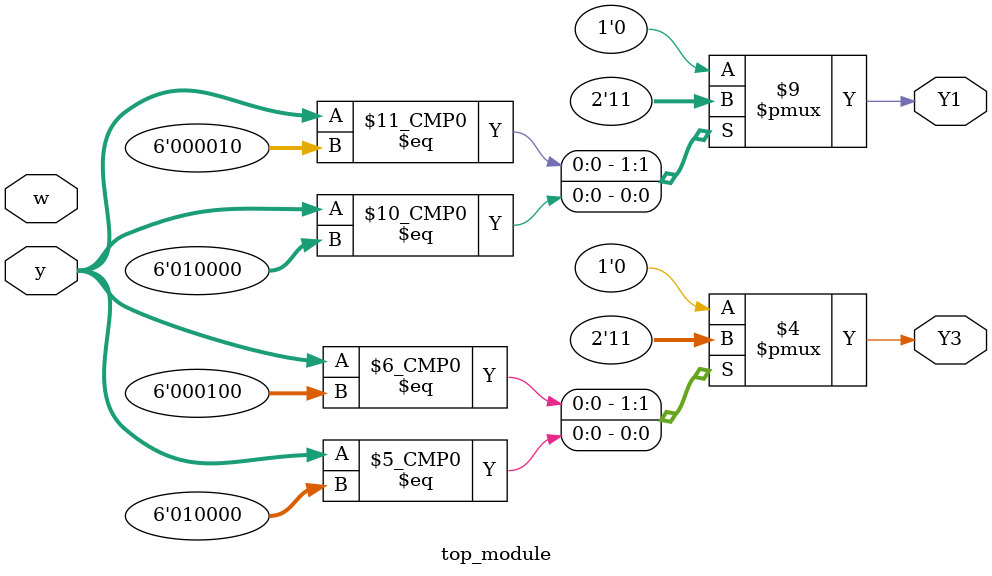
<source format=sv>
module top_module (
    input [5:0] y,
    input w,
    output Y1,
    output Y3
);

reg Y1;
reg Y3;

always @(w or y) begin
    case (y)
        6'b000001: begin // A
            Y1 <= 1'b0;
            Y3 <= 1'b0;
        end
        6'b000010: begin // B
            Y1 <= 1'b1;
            Y3 <= 1'b0;
        end
        6'b000100: begin // C
            Y1 <= 1'b0;
            Y3 <= 1'b1;
        end
        6'b001000: begin // D
            Y1 <= 1'b0;
            Y3 <= 1'b0;
        end
        6'b010000: begin // E
            Y1 <= 1'b1;
            Y3 <= 1'b1;
        end
        6'b100000: begin // F
            Y1 <= 1'b0;
            Y3 <= 1'b0;
        end
        default: begin
            Y1 <= 1'b0;
            Y3 <= 1'b0;
        end
    endcase
end

endmodule

</source>
